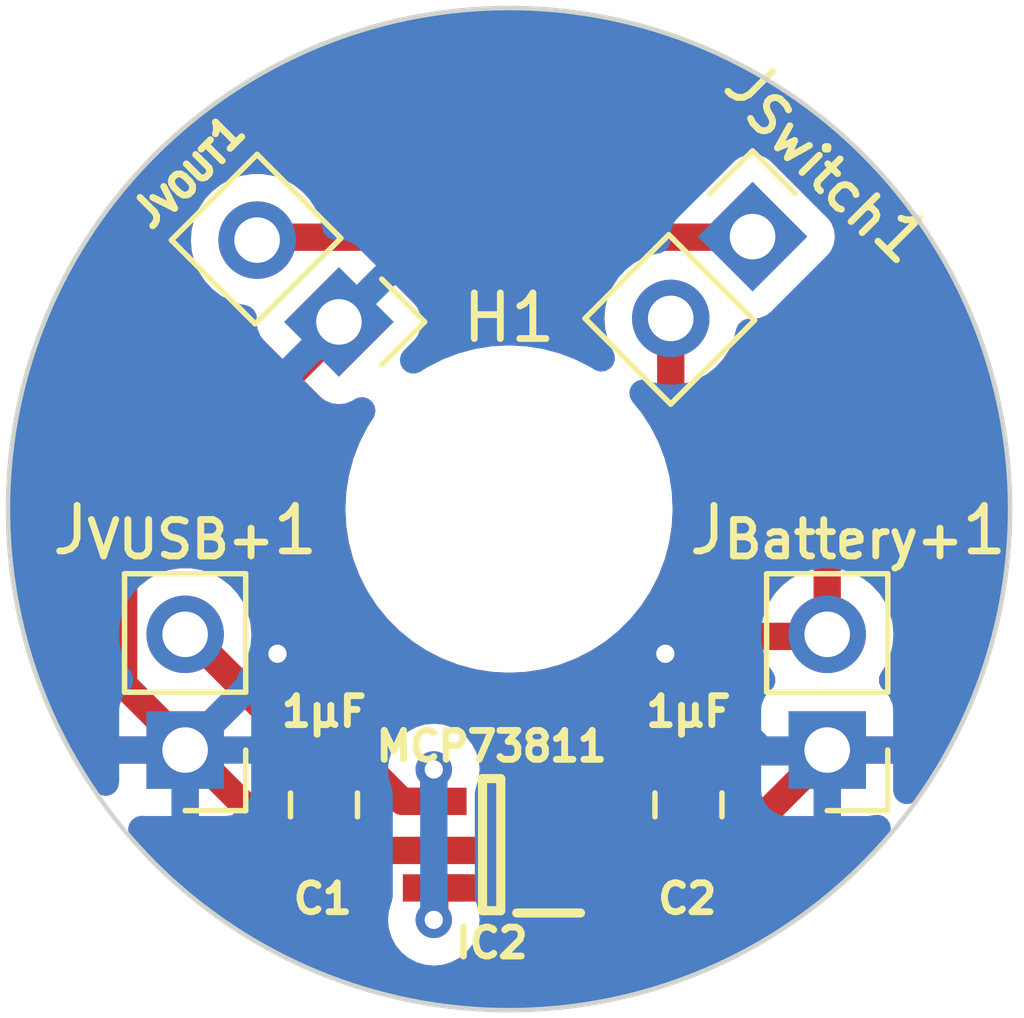
<source format=kicad_pcb>
(kicad_pcb (version 20221018) (generator pcbnew)
  (title_block (title "Battery Charger") (date "2024-02-13") (rev "V0"))
  (layers (0 "F.Cu" signal) (31 "B.Cu" signal) (36 "B.SilkS" user "B.Silkscreen") (37 "F.SilkS" user "F.Silkscreen") (38 "B.Mask" user) (39 "F.Mask" user) (44 "Edge.Cuts" user))
  (net 0 "")
  (net 1 "/GND")
  (net 2 "/5V")
  (net 3 "/3.7V")
  (net 4 "Net-(J_{Switch}1-Pin_1)")
  (footprint "Connector_PinHeader_2.54mm:PinHeader_1x02_P2.54mm_Vertical" (layer "F.Cu") (at 6.985 5.289 180)
    (fp_text reference "J_{Battery+}1" (at -0.457027 4.826) (layer "F.SilkS"))
    (fp_text value "Conn_01x02_Pin" hide)
    (fp_line (start -1.33 -1.33) (end 0 -1.33) (stroke (width 0.12)) (layer "F.SilkS"))
    (fp_line (start -1.33 0) (end -1.33 -1.33) (stroke (width 0.12)) (layer "F.SilkS"))
    (fp_line (start -1.33 1.27) (end -1.33 3.87) (stroke (width 0.12)) (layer "F.SilkS"))
    (fp_line (start -1.33 1.27) (end 1.33 1.27) (stroke (width 0.12)) (layer "F.SilkS"))
    (fp_line (start -1.33 3.87) (end 1.33 3.87) (stroke (width 0.12)) (layer "F.SilkS"))
    (fp_line (start 1.33 1.27) (end 1.33 3.87) (stroke (width 0.12)) (layer "F.SilkS"))
    (pad "1" thru_hole rect (at 0 0 180) (size 1.7 1.7) (drill 1) (layers "*.Cu" "*.Mask") (net 1 "/GND"))
    (pad "2" thru_hole oval (at 0 2.54 180) (size 1.7 1.7) (drill 1) (layers "*.Cu" "*.Mask") (net 3 "/3.7V"))
  )
  (footprint "Connector_PinHeader_2.54mm:PinHeader_1x02_P2.54mm_Vertical" (layer "F.Cu") (at -7.11 5.289 180)
    (fp_text reference "J_{VUSB+}1" (at 0 4.826) (layer "F.SilkS"))
    (fp_text value "Conn_01x02_Pin" hide)
    (fp_line (start -1.33 -1.33) (end 0 -1.33) (stroke (width 0.12)) (layer "F.SilkS"))
    (fp_line (start -1.33 0) (end -1.33 -1.33) (stroke (width 0.12)) (layer "F.SilkS"))
    (fp_line (start -1.33 1.27) (end -1.33 3.87) (stroke (width 0.12)) (layer "F.SilkS"))
    (fp_line (start -1.33 1.27) (end 1.33 1.27) (stroke (width 0.12)) (layer "F.SilkS"))
    (fp_line (start -1.33 3.87) (end 1.33 3.87) (stroke (width 0.12)) (layer "F.SilkS"))
    (fp_line (start 1.33 1.27) (end 1.33 3.87) (stroke (width 0.12)) (layer "F.SilkS"))
    (pad "1" thru_hole rect (at 0 0 180) (size 1.7 1.7) (drill 1) (layers "*.Cu" "*.Mask") (net 1 "/GND"))
    (pad "2" thru_hole oval (at 0 2.54 180) (size 1.7 1.7) (drill 1) (layers "*.Cu" "*.Mask") (net 2 "/5V"))
  )
  (footprint "SamacSys_Parts:C_0805" (layer "F.Cu") (at -4.062 6.476999 180)
    (fp_text reference "C1" (at 0.027 -2.075) (layer "F.SilkS") (effects (font (size 0.635 0.635))))
    (fp_text value "1μF" (at 0 2.032) (layer "F.SilkS") (effects (font (size 0.635 0.635))))
    (fp_line (start -0.735 0.245252) (end -0.735 -0.277252) (stroke (width 0.12)) (layer "F.SilkS"))
    (fp_line (start 0.735 0.245252) (end 0.735 -0.277252) (stroke (width 0.12)) (layer "F.SilkS"))
    (pad "1" smd roundrect (at 0 0.934 270) (size 1 1.45) (layers "F.Cu" "F.Paste" "F.Mask") (net 2 "/5V"))
    (pad "2" smd roundrect (at 0 -0.966 270) (size 1 1.45) (layers "F.Cu" "F.Paste" "F.Mask") (net 1 "/GND"))
  )
  (footprint "Connector_PinHeader_2.54mm:PinHeader_1x02_P2.54mm_Vertical" (layer "F.Cu") (at -3.733973 -4.109 -135)
    (fp_text reference "J_{VOUT}1" (at 0 4.669733 45) (layer "F.SilkS") (effects (font (size 0.635 0.635))))
    (fp_text value "Conn_01x02_Pin" hide)
    (fp_line (start -1.33 -1.33) (end 0 -1.33) (stroke (width 0.12)) (layer "F.SilkS"))
    (fp_line (start -1.33 0) (end -1.33 -1.33) (stroke (width 0.12)) (layer "F.SilkS"))
    (fp_line (start -1.33 1.27) (end -1.33 3.87) (stroke (width 0.12)) (layer "F.SilkS"))
    (fp_line (start -1.33 1.27) (end 1.33 1.27) (stroke (width 0.12)) (layer "F.SilkS"))
    (fp_line (start -1.33 3.87) (end 1.33 3.87) (stroke (width 0.12)) (layer "F.SilkS"))
    (fp_line (start 1.33 1.27) (end 1.33 3.87) (stroke (width 0.12)) (layer "F.SilkS"))
    (pad "1" thru_hole rect (at 0 0 225) (size 1.7 1.7) (drill 1) (layers "*.Cu" "*.Mask") (net 1 "/GND"))
    (pad "2" thru_hole oval (at 0 2.54 225) (size 1.7 1.7) (drill 1) (layers "*.Cu" "*.Mask") (net 4 "Net-(J_{Switch}1-Pin_1)"))
  )
  (footprint "Connector_PinHeader_2.54mm:PinHeader_1x02_P2.54mm_Vertical" (layer "F.Cu") (at 5.346562 -5.981561 -45)
    (fp_text reference "J_{Switch}1" (at 0 -2.33 135) (layer "F.SilkS"))
    (fp_text value "Conn_01x02_Pin" hide)
    (fp_line (start -1.33 -1.33) (end 0 -1.33) (stroke (width 0.12)) (layer "F.SilkS"))
    (fp_line (start -1.33 0) (end -1.33 -1.33) (stroke (width 0.12)) (layer "F.SilkS"))
    (fp_line (start -1.33 1.27) (end -1.33 3.87) (stroke (width 0.12)) (layer "F.SilkS"))
    (fp_line (start -1.33 1.27) (end 1.33 1.27) (stroke (width 0.12)) (layer "F.SilkS"))
    (fp_line (start -1.33 3.87) (end 1.33 3.87) (stroke (width 0.12)) (layer "F.SilkS"))
    (fp_line (start 1.33 1.27) (end 1.33 3.87) (stroke (width 0.12)) (layer "F.SilkS"))
    (pad "1" thru_hole rect (at 0 0 315) (size 1.7 1.7) (drill 1) (layers "*.Cu" "*.Mask") (net 4 "Net-(J_{Switch}1-Pin_1)"))
    (pad "2" thru_hole oval (at 0 2.54 315) (size 1.7 1.7) (drill 1) (layers "*.Cu" "*.Mask") (net 3 "/3.7V"))
  )
  (footprint "MountingHole:MountingHole_3.2mm_M3" (layer "F.Cu") (at 0 0)
    (fp_text reference "H1" (at 0 -4.2) (layer "F.SilkS"))
    (fp_text value "MountingHole" hide)
    (pad "" np_thru_hole circle (at 0 0) (size 3.2 3.2) (drill 3.2) (layers "*.Cu" "*.Mask"))
  )
  (footprint "SamacSys_Parts:SOT95P270X145-5N" (layer "F.Cu") (at -0.381 7.366 180)
    (fp_text reference "IC2" (at 0 -2.159 180) (layer "F.SilkS") (effects (font (size 0.635 0.635))))
    (fp_text value "MCP73811T-420I/OT" hide)
    (fp_text user "${Silkscreen}" (at 0 2.159 180) (layer "F.SilkS") (effects (font (size 0.635 0.635))))
    (fp_line (start -1.95 -1.5) (end -0.55 -1.5) (stroke (width 0.2)) (layer "F.SilkS"))
    (fp_line (start -0.2 -1.45) (end 0.2 -1.45) (stroke (width 0.2)) (layer "F.SilkS"))
    (fp_line (start -0.2 1.45) (end -0.2 -1.45) (stroke (width 0.2)) (layer "F.SilkS"))
    (fp_line (start 0.2 -1.45) (end 0.2 1.45) (stroke (width 0.2)) (layer "F.SilkS"))
    (fp_line (start 0.2 1.45) (end -0.2 1.45) (stroke (width 0.2)) (layer "F.SilkS"))
    (pad "1" smd rect (at -1.25 -0.95 270) (size 0.6 1.4) (layers "F.Cu" "F.Paste" "F.Mask") (net 2 "/5V"))
    (pad "2" smd rect (at -1.25 0 270) (size 0.6 1.4) (layers "F.Cu" "F.Paste" "F.Mask") (net 1 "/GND"))
    (pad "3" smd rect (at -1.25 0.95 270) (size 0.6 1.4) (layers "F.Cu" "F.Paste" "F.Mask") (net 3 "/3.7V"))
    (pad "4" smd rect (at 1.25 0.95 270) (size 0.6 1.4) (layers "F.Cu" "F.Paste" "F.Mask") (net 2 "/5V"))
    (pad "5" smd rect (at 1.25 -0.95 270) (size 0.6 1.4) (layers "F.Cu" "F.Paste" "F.Mask") (net 2 "/5V"))
  )
  (footprint "SamacSys_Parts:C_0805" (layer "F.Cu") (at 3.939 6.477 180)
    (fp_text reference "C2" (at 0.027 -2.075) (layer "F.SilkS") (effects (font (size 0.635 0.635))))
    (fp_text value "1μF" (at 0 2.032) (layer "F.SilkS") (effects (font (size 0.635 0.635))))
    (fp_line (start -0.735 0.245252) (end -0.735 -0.277252) (stroke (width 0.12)) (layer "F.SilkS"))
    (fp_line (start 0.735 0.245252) (end 0.735 -0.277252) (stroke (width 0.12)) (layer "F.SilkS"))
    (pad "1" smd roundrect (at 0 0.934 270) (size 1 1.45) (layers "F.Cu" "F.Paste" "F.Mask") (net 3 "/3.7V"))
    (pad "2" smd roundrect (at 0 -0.966 270) (size 1 1.45) (layers "F.Cu" "F.Paste" "F.Mask") (net 1 "/GND"))
  )
  (gr_circle (center 0 0) (end 11 0) (stroke (width 0.1)) (fill none) (layer "Edge.Cuts"))
  (segment (start -3.80451 -3.93151) (end -8.46 0.72398) (width 0.6) (layer "F.Cu") (net 1))
  (segment (start 0.742 7.493) (end -4.012 7.493) (width 0.6) (layer "F.Cu") (net 1))
  (segment (start 0.869 7.366) (end 0.996 7.493) (width 0.6) (layer "F.Cu") (net 1))
  (segment (start -5.083014 3.175) (end -4.321014 3.937) (width 0.6) (layer "F.Cu") (net 1))
  (segment (start -8.46 0.72398) (end -8.46 3.852) (width 0.6) (layer "F.Cu") (net 1))
  (segment (start 3.939 7.443) (end 4.873 7.443) (width 0.6) (layer "F.Cu") (net 1))
  (segment (start 4.873 7.443) (end 6.987 5.329) (width 0.6) (layer "F.Cu") (net 1))
  (segment (start 0.869 7.366) (end 0.742 7.493) (width 0.6) (layer "F.Cu") (net 1))
  (segment (start -4.869001 7.442999) (end -4.062 7.442999) (width 0.6) (layer "F.Cu") (net 1))
  (segment (start 0.996 7.493) (end 3.889 7.493) (width 0.6) (layer "F.Cu") (net 1))
  (segment (start -8.46 3.852) (end -4.869001 7.442999) (width 0.6) (layer "F.Cu") (net 1))
  (segment (start -3.80451 -4.18551) (end -3.80451 -3.93151) (width 0.6) (layer "F.Cu") (net 1))
  (segment (start -4.321014 3.937) (end 2.669008 3.937) (width 0.6) (layer "F.Cu") (net 1))
  (segment (start 2.669008 3.937) (end 3.431004 3.175004) (width 0.6) (layer "F.Cu") (net 1))
  (via (at -5.083014 3.175) (size 0.8) (drill 0.4) (layers "F.Cu" "B.Cu") (net 1))
  (via (at 3.431004 3.175004) (size 0.8) (drill 0.4) (layers "F.Cu" "B.Cu") (net 1))
  (segment (start 5.585 5.329) (end 3.431004 3.175004) (width 0.6) (layer "B.Cu") (net 1))
  (segment (start -5.083014 3.262014) (end -5.083014 3.175) (width 0.6) (layer "B.Cu") (net 1))
  (segment (start -7.023 5.202) (end -5.083014 3.262014) (width 0.6) (layer "B.Cu") (net 1))
  (segment (start 6.987 5.329) (end 5.585 5.329) (width 0.6) (layer "B.Cu") (net 1))
  (segment (start -1.651 5.715) (end -1.651 6.396) (width 0.6) (layer "F.Cu") (net 2))
  (segment (start -1.631 8.316) (end 0.869 8.316) (width 0.6) (layer "F.Cu") (net 2))
  (segment (start -1.651 6.396) (end -1.631 6.416) (width 0.6) (layer "F.Cu") (net 2))
  (segment (start -4.229001 5.542999) (end -7.11 2.662) (width 0.6) (layer "F.Cu") (net 2))
  (segment (start -2.346 6.416) (end -3.219 5.543) (width 0.6) (layer "F.Cu") (net 2))
  (segment (start -1.631 6.416) (end -2.346 6.416) (width 0.6) (layer "F.Cu") (net 2))
  (segment (start -3.219 5.543) (end -4.062 5.543) (width 0.6) (layer "F.Cu") (net 2))
  (segment (start -1.631 8.316) (end -1.631 8.997) (width 0.6) (layer "F.Cu") (net 2))
  (segment (start -1.631 8.997) (end -1.651 9.017) (width 0.6) (layer "F.Cu") (net 2))
  (via (at -1.651 9.017) (size 0.8) (drill 0.4) (layers "F.Cu" "B.Cu") (net 2))
  (via (at -1.651 5.715) (size 0.8) (drill 0.4) (layers "F.Cu" "B.Cu") (net 2))
  (segment (start -1.651 9.017) (end -1.651 5.715) (width 0.6) (layer "B.Cu") (net 2))
  (segment (start 5.312053 2.794) (end 6.985 2.794) (width 0.6) (layer "F.Cu") (net 3))
  (segment (start 6.985 2.794) (end 6.985 1.132099) (width 0.6) (layer "F.Cu") (net 3))
  (segment (start 0.869 6.416) (end 1.944053 6.416) (width 0.6) (layer "F.Cu") (net 3))
  (segment (start 3.939 4.167053) (end 5.312053 2.794) (width 0.6) (layer "F.Cu") (net 3))
  (segment (start 3.939 5.543) (end 3.939 4.167053) (width 0.6) (layer "F.Cu") (net 3))
  (segment (start 2.817053 5.543) (end 3.939 5.543) (width 0.6) (layer "F.Cu") (net 3))
  (segment (start 1.944053 6.416) (end 2.817053 5.543) (width 0.6) (layer "F.Cu") (net 3))
  (segment (start 3.550511 -2.30239) (end 3.550511 -4.18551) (width 0.6) (layer "F.Cu") (net 3))
  (segment (start 6.985 1.132099) (end 3.550511 -2.30239) (width 0.6) (layer "F.Cu") (net 3))
  (segment (start -5.332 -5.969) (end 5.334 -5.969) (width 0.6) (layer "F.Cu") (net 4))
  (zone (net 1) (net_name "/GND") (layers "F&B.Cu") (connect_pads (clearance 0.6)) (min_thickness 0.6) (fill yes (thermal_gap 0.6) (thermal_bridge_width 0.6))
    (polygon (pts (xy -11.174 -11.176) (xy 11.178 -11.176) (xy 11.305 11.176) (xy -11.174 11.176)))
  )
  (zone (net 0) (net_name "") (layers "F&B.Cu") (connect_pads (clearance 0)) (min_thickness 0.25)
    (keepout (tracks not_allowed) (vias not_allowed) (pads not_allowed) (copperpour not_allowed) (footprints not_allowed))
    (fill (thermal_gap 0.5) (thermal_bridge_width 0.5))
    (polygon (pts (xy 3.592102 0) (xy 3.572424 -0.375477) (xy 3.513606 -0.74684) (xy 3.416292 -1.110021) (xy 3.281548 -1.46104) (xy 3.110852 -1.796051) (xy 2.906072 -2.111385) (xy 2.669452 -2.403585) (xy 2.403585 -2.669452) (xy 2.111385 -2.906072) (xy 1.796051 -3.110852) (xy 1.46104 -3.281548) (xy 1.110021 -3.416292) (xy 0.74684 -3.513606) (xy 0.375477 -3.572424) (xy 0 -3.592102) (xy -0.375477 -3.572424) (xy -0.74684 -3.513606) (xy -1.110021 -3.416292) (xy -1.46104 -3.281548) (xy -1.796051 -3.110852) (xy -2.111385 -2.906072) (xy -2.403585 -2.669452) (xy -2.669452 -2.403585) (xy -2.906072 -2.111385) (xy -3.110852 -1.796051) (xy -3.281548 -1.46104) (xy -3.416292 -1.110021) (xy -3.513606 -0.74684) (xy -3.572424 -0.375477) (xy -3.592102 0) (xy -3.572424 0.375477) (xy -3.513606 0.74684) (xy -3.416292 1.110021) (xy -3.281548 1.46104) (xy -3.110852 1.796051) (xy -2.906072 2.111385) (xy -2.669452 2.403585) (xy -2.403585 2.669452) (xy -2.111385 2.906072) (xy -1.796051 3.110852) (xy -1.46104 3.281548) (xy -1.110021 3.416292) (xy -0.74684 3.513606) (xy -0.375477 3.572424) (xy 0 3.592102) (xy 0.375477 3.572424) (xy 0.74684 3.513606) (xy 1.110021 3.416292) (xy 1.46104 3.281548) (xy 1.796051 3.110852) (xy 2.111385 2.906072) (xy 2.403585 2.669452) (xy 2.669452 2.403585) (xy 2.906072 2.111385) (xy 3.110852 1.796051) (xy 3.281548 1.46104) (xy 3.416292 1.110021) (xy 3.513606 0.74684) (xy 3.572424 0.375477)))
  )
)
</source>
